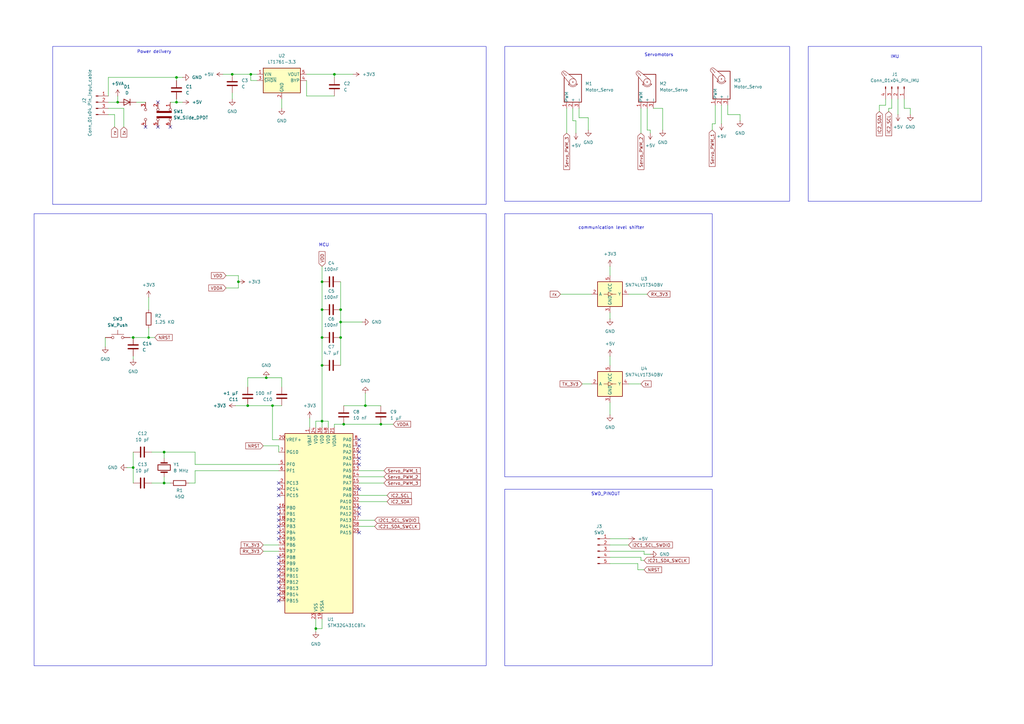
<source format=kicad_sch>
(kicad_sch (version 20231120) (generator "eeschema") (generator_version "8.0")
  (paper "A3")
  (title_block (title "Gimbal "))
  (lib_symbols
    (symbol "Connector:Conn_01x04_Pin" (pin_names (offset 1.016) hide)
      (property "Reference" "J" (at 0 5.08 0))
      (property "Value" "Conn_01x04_Pin" (at 0 -7.62 0))
      (symbol "Conn_01x04_Pin_1_1"
        (polyline (pts (xy 1.27 -5.08) (xy 0.8636 -5.08)) (stroke (width 0.1524)))
        (polyline (pts (xy 1.27 -2.54) (xy 0.8636 -2.54)) (stroke (width 0.1524)))
        (polyline (pts (xy 1.27 0) (xy 0.8636 0)) (stroke (width 0.1524)))
        (polyline (pts (xy 1.27 2.54) (xy 0.8636 2.54)) (stroke (width 0.1524)))
        (rectangle (start 0.8636 -4.953) (end 0 -5.207) (stroke (width 0.1524)) (fill (type outline)))
        (rectangle (start 0.8636 -2.413) (end 0 -2.667) (stroke (width 0.1524)) (fill (type outline)))
        (rectangle (start 0.8636 0.127) (end 0 -0.127) (stroke (width 0.1524)) (fill (type outline)))
        (rectangle (start 0.8636 2.667) (end 0 2.413) (stroke (width 0.1524)) (fill (type outline)))
        (pin passive line (at 5.08 2.54 180) (length 3.81) (name "Pin_1") (number "1"))
        (pin passive line (at 5.08 0 180) (length 3.81) (name "Pin_2") (number "2"))
        (pin passive line (at 5.08 -2.54 180) (length 3.81) (name "Pin_3") (number "3"))
        (pin passive line (at 5.08 -5.08 180) (length 3.81) (name "Pin_4") (number "4"))
      )
    )
    (symbol "Connector:Conn_01x05_Pin" (pin_names (offset 1.016) hide)
      (property "Reference" "J" (at 0 7.62 0))
      (property "Value" "Conn_01x05_Pin" (at 0 -7.62 0))
      (symbol "Conn_01x05_Pin_1_1"
        (polyline (pts (xy 1.27 -5.08) (xy 0.8636 -5.08)) (stroke (width 0.1524)))
        (polyline (pts (xy 1.27 -2.54) (xy 0.8636 -2.54)) (stroke (width 0.1524)))
        (polyline (pts (xy 1.27 0) (xy 0.8636 0)) (stroke (width 0.1524)))
        (polyline (pts (xy 1.27 2.54) (xy 0.8636 2.54)) (stroke (width 0.1524)))
        (polyline (pts (xy 1.27 5.08) (xy 0.8636 5.08)) (stroke (width 0.1524)))
        (rectangle (start 0.8636 -4.953) (end 0 -5.207) (stroke (width 0.1524)) (fill (type outline)))
        (rectangle (start 0.8636 -2.413) (end 0 -2.667) (stroke (width 0.1524)) (fill (type outline)))
        (rectangle (start 0.8636 0.127) (end 0 -0.127) (stroke (width 0.1524)) (fill (type outline)))
        (rectangle (start 0.8636 2.667) (end 0 2.413) (stroke (width 0.1524)) (fill (type outline)))
        (rectangle (start 0.8636 5.207) (end 0 4.953) (stroke (width 0.1524)) (fill (type outline)))
        (pin passive line (at 5.08 5.08 180) (length 3.81) (name "Pin_1") (number "1"))
        (pin passive line (at 5.08 2.54 180) (length 3.81) (name "Pin_2") (number "2"))
        (pin passive line (at 5.08 0 180) (length 3.81) (name "Pin_3") (number "3"))
        (pin passive line (at 5.08 -2.54 180) (length 3.81) (name "Pin_4") (number "4"))
        (pin passive line (at 5.08 -5.08 180) (length 3.81) (name "Pin_5") (number "5"))
      )
    )
    (symbol "Device:C" (pin_numbers hide) (pin_names (offset 0.254))
      (property "Reference" "C" (at 0.635 2.54 0))
      (property "Value" "C" (at 0.635 -2.54 0))
      (symbol "C_0_1"
        (polyline (pts (xy -2.032 -0.762) (xy 2.032 -0.762)) (stroke (width 0.508)))
        (polyline (pts (xy -2.032 0.762) (xy 2.032 0.762)) (stroke (width 0.508)))
      )
      (symbol "C_1_1"
        (pin passive line (at 0 3.81 270) (length 2.794) (name "~") (number "1"))
        (pin passive line (at 0 -3.81 90) (length 2.794) (name "~") (number "2"))
      )
    )
    (symbol "Device:Crystal" (pin_numbers hide) (pin_names (offset 1.016) hide)
      (property "Reference" "Y" (at 0 3.81 0))
      (property "Value" "Crystal" (at 0 -3.81 0))
      (symbol "Crystal_0_1"
        (rectangle (start -1.143 2.54) (end 1.143 -2.54) (stroke (width 0.3048)))
        (polyline (pts (xy -2.54 0) (xy -1.905 0)))
        (polyline (pts (xy -1.905 -1.27) (xy -1.905 1.27)) (stroke (width 0.508)))
        (polyline (pts (xy 1.905 -1.27) (xy 1.905 1.27)) (stroke (width 0.508)))
        (polyline (pts (xy 2.54 0) (xy 1.905 0)))
      )
      (symbol "Crystal_1_1"
        (pin passive line (at -3.81 0 0) (length 1.27) (name "1") (number "1"))
        (pin passive line (at 3.81 0 180) (length 1.27) (name "2") (number "2"))
      )
    )
    (symbol "Device:D" (pin_numbers hide) (pin_names (offset 1.016) hide)
      (property "Reference" "D" (at 0 2.54 0))
      (property "Value" "D" (at 0 -2.54 0))
      (symbol "D_0_1"
        (polyline (pts (xy -1.27 1.27) (xy -1.27 -1.27)) (stroke (width 0.254)))
        (polyline (pts (xy 1.27 0) (xy -1.27 0)))
        (polyline (pts (xy 1.27 1.27) (xy 1.27 -1.27) (xy -1.27 0) (xy 1.27 1.27)) (stroke (width 0.254)))
      )
      (symbol "D_1_1"
        (pin passive line (at -3.81 0 0) (length 2.54) (name "K") (number "1"))
        (pin passive line (at 3.81 0 180) (length 2.54) (name "A") (number "2"))
      )
    )
    (symbol "Device:R" (pin_numbers hide) (pin_names (offset 0))
      (property "Reference" "R" (at 2.032 0 90))
      (property "Value" "R" (at 0 0 90))
      (symbol "R_0_1"
        (rectangle (start -1.016 -2.54) (end 1.016 2.54) (stroke (width 0.254)))
      )
      (symbol "R_1_1"
        (pin passive line (at 0 3.81 270) (length 1.27) (name "~") (number "1"))
        (pin passive line (at 0 -3.81 90) (length 1.27) (name "~") (number "2"))
      )
    )
    (symbol "Logic_LevelTranslator:SN74LV1T34DBV"
      (property "Reference" "U" (at 5.08 6.35 0))
      (property "Value" "SN74LV1T34DBV" (at 5.08 3.81 0))
      (symbol "SN74LV1T34DBV_0_1"
        (rectangle (start -5.08 5.08) (end 5.08 -5.08) (stroke (width 0.254)) (fill (type background)))
        (polyline (pts (xy -0.762 0) (xy -2.54 0)))
        (polyline (pts (xy 1.016 0) (xy 2.54 0)))
      )
      (symbol "SN74LV1T34DBV_1_1"
        (polyline (pts (xy -0.762 -0.762) (xy -0.762 0.762) (xy 1.016 0) (xy -0.762 -0.762)))
        (pin no_connect line (at -5.08 2.54 0) (length 2.54) hide (name "NC") (number "1"))
        (pin input line (at -7.62 0 0) (length 2.54) (name "A") (number "2"))
        (pin power_in line (at 0 -7.62 90) (length 2.54) (name "GND") (number "3"))
        (pin output line (at 7.62 0 180) (length 2.54) (name "Y") (number "4"))
        (pin power_in line (at 0 7.62 270) (length 2.54) (name "VCC") (number "5"))
      )
    )
    (symbol "MCU_ST_STM32G4:STM32G431CBTx"
      (property "Reference" "U" (at -12.7 39.37 0))
      (property "Value" "STM32G431CBTx" (at 10.16 39.37 0))
      (symbol "STM32G431CBTx_0_1"
        (rectangle (start -12.7 -35.56) (end 15.24 38.1) (stroke (width 0.254)) (fill (type background)))
      )
      (symbol "STM32G431CBTx_1_1"
        (pin power_in line (at -2.54 40.64 270) (length 2.54) (name "VBAT") (number "1"))
        (pin bidirectional line (at 17.78 30.48 180) (length 2.54) (name "PA2") (number "10"))
        (pin bidirectional line (at 17.78 27.94 180) (length 2.54) (name "PA3") (number "11"))
        (pin bidirectional line (at 17.78 25.4 180) (length 2.54) (name "PA4") (number "12"))
        (pin bidirectional line (at 17.78 22.86 180) (length 2.54) (name "PA5") (number "13"))
        (pin bidirectional line (at 17.78 20.32 180) (length 2.54) (name "PA6") (number "14"))
        (pin bidirectional line (at 17.78 17.78 180) (length 2.54) (name "PA7") (number "15"))
        (pin bidirectional line (at -15.24 7.62 0) (length 2.54) (name "PB0") (number "16"))
        (pin bidirectional line (at -15.24 5.08 0) (length 2.54) (name "PB1") (number "17"))
        (pin bidirectional line (at -15.24 2.54 0) (length 2.54) (name "PB2") (number "18"))
        (pin power_in line (at 2.54 -38.1 90) (length 2.54) (name "VSSA") (number "19"))
        (pin bidirectional line (at -15.24 17.78 0) (length 2.54) (name "PC13") (number "2"))
        (pin input line (at -15.24 35.56 0) (length 2.54) (name "VREF+") (number "20"))
        (pin power_in line (at 7.62 40.64 270) (length 2.54) (name "VDDA") (number "21"))
        (pin bidirectional line (at -15.24 -17.78 0) (length 2.54) (name "PB10") (number "22"))
        (pin power_in line (at 0 -38.1 90) (length 2.54) (name "VSS") (number "23"))
        (pin power_in line (at 0 40.64 270) (length 2.54) (name "VDD") (number "24"))
        (pin bidirectional line (at -15.24 -20.32 0) (length 2.54) (name "PB11") (number "25"))
        (pin bidirectional line (at -15.24 -22.86 0) (length 2.54) (name "PB12") (number "26"))
        (pin bidirectional line (at -15.24 -25.4 0) (length 2.54) (name "PB13") (number "27"))
        (pin bidirectional line (at -15.24 -27.94 0) (length 2.54) (name "PB14") (number "28"))
        (pin bidirectional line (at -15.24 -30.48 0) (length 2.54) (name "PB15") (number "29"))
        (pin bidirectional line (at -15.24 15.24 0) (length 2.54) (name "PC14") (number "3"))
        (pin bidirectional line (at 17.78 15.24 180) (length 2.54) (name "PA8") (number "30"))
        (pin bidirectional line (at 17.78 12.7 180) (length 2.54) (name "PA9") (number "31"))
        (pin bidirectional line (at 17.78 10.16 180) (length 2.54) (name "PA10") (number "32"))
        (pin bidirectional line (at 17.78 7.62 180) (length 2.54) (name "PA11") (number "33"))
        (pin bidirectional line (at 17.78 5.08 180) (length 2.54) (name "PA12") (number "34"))
        (pin passive line (at 0 -38.1 90) (length 2.54) hide (name "VSS") (number "35"))
        (pin power_in line (at 2.54 40.64 270) (length 2.54) (name "VDD") (number "36"))
        (pin bidirectional line (at 17.78 2.54 180) (length 2.54) (name "PA13") (number "37"))
        (pin bidirectional line (at 17.78 0 180) (length 2.54) (name "PA14") (number "38"))
        (pin bidirectional line (at 17.78 -2.54 180) (length 2.54) (name "PA15") (number "39"))
        (pin bidirectional line (at -15.24 12.7 0) (length 2.54) (name "PC15") (number "4"))
        (pin bidirectional line (at -15.24 0 0) (length 2.54) (name "PB3") (number "40"))
        (pin bidirectional line (at -15.24 -2.54 0) (length 2.54) (name "PB4") (number "41"))
        (pin bidirectional line (at -15.24 -5.08 0) (length 2.54) (name "PB5") (number "42"))
        (pin bidirectional line (at -15.24 -7.62 0) (length 2.54) (name "PB6") (number "43"))
        (pin bidirectional line (at -15.24 -10.16 0) (length 2.54) (name "PB7") (number "44"))
        (pin bidirectional line (at -15.24 -12.7 0) (length 2.54) (name "PB8") (number "45"))
        (pin bidirectional line (at -15.24 -15.24 0) (length 2.54) (name "PB9") (number "46"))
        (pin passive line (at 0 -38.1 90) (length 2.54) hide (name "VSS") (number "47"))
        (pin power_in line (at 5.08 40.64 270) (length 2.54) (name "VDD") (number "48"))
        (pin bidirectional line (at -15.24 25.4 0) (length 2.54) (name "PF0") (number "5"))
        (pin bidirectional line (at -15.24 22.86 0) (length 2.54) (name "PF1") (number "6"))
        (pin bidirectional line (at -15.24 30.48 0) (length 2.54) (name "PG10") (number "7"))
        (pin bidirectional line (at 17.78 35.56 180) (length 2.54) (name "PA0") (number "8"))
        (pin bidirectional line (at 17.78 33.02 180) (length 2.54) (name "PA1") (number "9"))
      )
    )
    (symbol "Motor:Motor_Servo" (pin_names (offset 0.0254))
      (property "Reference" "M" (at -5.08 4.445 0))
      (property "Value" "Motor_Servo" (at -5.08 -4.064 0))
      (symbol "Motor_Servo_0_1"
        (polyline (pts (xy 2.413 -1.778) (xy 2.032 -1.778)))
        (polyline (pts (xy 2.413 -1.778) (xy 2.286 -1.397)))
        (polyline (pts (xy 2.413 1.778) (xy 1.905 1.778)))
        (polyline (pts (xy 2.413 1.778) (xy 2.286 1.397)))
        (polyline (pts (xy 6.35 4.445) (xy 2.54 1.27)))
        (polyline (pts (xy 7.62 3.175) (xy 4.191 -1.016)))
        (polyline (pts (xy 5.08 3.556) (xy -5.08 3.556) (xy -5.08 -3.556) (xy 6.35 -3.556) (xy 6.35 1.524)) (stroke (width 0.254)))
        (arc (start 2.413 1.778) (mid 1.2406 0) (end 2.413 -1.778))
        (circle (center 3.175 0) (radius 0.1778))
        (circle (center 3.175 0) (radius 1.4224))
        (circle (center 5.969 2.794) (radius 0.127))
        (circle (center 6.477 3.302) (radius 0.127))
        (circle (center 6.985 3.81) (radius 0.127))
        (arc (start 7.62 3.175) (mid 7.4485 4.2735) (end 6.35 4.445))
      )
      (symbol "Motor_Servo_1_1"
        (pin passive line (at -7.62 2.54 0) (length 2.54) (name "PWM") (number "1"))
        (pin passive line (at -7.62 0 0) (length 2.54) (name "+") (number "2"))
        (pin passive line (at -7.62 -2.54 0) (length 2.54) (name "-") (number "3"))
      )
    )
    (symbol "Regulator_Linear:LT1761-3.3" (pin_names (offset 0.254))
      (property "Reference" "U" (at -6.35 6.35 0))
      (property "Value" "LT1761-3.3" (at 0 6.35 0))
      (symbol "LT1761-3.3_0_1"
        (rectangle (start -7.62 5.08) (end 7.62 -5.08) (stroke (width 0.254)) (fill (type background)))
      )
      (symbol "LT1761-3.3_1_1"
        (pin power_in line (at -10.16 2.54 0) (length 2.54) (name "VIN") (number "1"))
        (pin power_in line (at 0 -7.62 90) (length 2.54) (name "GND") (number "2"))
        (pin input line (at -10.16 0 0) (length 2.54) (name "~{SHDN}") (number "3"))
        (pin passive line (at 10.16 0 180) (length 2.54) (name "BYP") (number "4"))
        (pin power_out line (at 10.16 2.54 180) (length 2.54) (name "VOUT") (number "5"))
      )
    )
    (symbol "Switch:SW_Push" (pin_numbers hide) (pin_names (offset 1.016) hide)
      (property "Reference" "SW" (at 1.27 2.54 0))
      (property "Value" "SW_Push" (at 0 -1.524 0))
      (symbol "SW_Push_0_1"
        (circle (center -2.032 0) (radius 0.508))
        (polyline (pts (xy 0 1.27) (xy 0 3.048)))
        (polyline (pts (xy 2.54 1.27) (xy -2.54 1.27)))
        (circle (center 2.032 0) (radius 0.508))
        (pin passive line (at -5.08 0 0) (length 2.54) (name "1") (number "1"))
        (pin passive line (at 5.08 0 180) (length 2.54) (name "2") (number "2"))
      )
    )
    (symbol "Switch:SW_Slide_DPDT" (pin_names (offset 0) hide)
      (property "Reference" "SW" (at 0 6.858 0))
      (property "Value" "SW_Slide_DPDT" (at 0 -8.128 0))
      (symbol "SW_Slide_DPDT_0_0"
        (circle (center -2.032 -5.08) (radius 0.508))
        (circle (center -2.032 5.08) (radius 0.508))
        (circle (center 2.032 -5.08) (radius 0.508))
        (circle (center 2.032 0) (radius 0.508))
      )
      (symbol "SW_Slide_DPDT_0_1"
        (circle (center -2.032 0) (radius 0.508))
        (circle (center 2.032 5.08) (radius 0.508))
      )
      (symbol "SW_Slide_DPDT_1_1"
        (rectangle (start -1.397 5.588) (end -0.762 -0.508) (fill (type outline)))
        (rectangle (start 0.762 5.588) (end 1.397 -0.508) (fill (type outline)))
        (pin passive line (at -5.08 5.08 0) (length 2.54) (name "A") (number "1"))
        (pin passive line (at -5.08 0 0) (length 2.54) (name "B") (number "2"))
        (pin passive line (at -5.08 -5.08 0) (length 2.54) (name "C") (number "3"))
        (pin passive line (at 5.08 -5.08 180) (length 2.54) (name "A") (number "4"))
        (pin passive line (at 5.08 0 180) (length 2.54) (name "B") (number "5"))
        (pin passive line (at 5.08 5.08 180) (length 2.54) (name "C") (number "6"))
      )
    )
    (symbol "power:+3V3" (power) (pin_numbers hide) (pin_names (offset 0) hide)
      (property "Value" "+3V3" (at 0 3.556 0))
      (symbol "+3V3_0_1"
        (polyline (pts (xy -0.762 1.27) (xy 0 2.54)))
        (polyline (pts (xy 0 0) (xy 0 2.54)))
        (polyline (pts (xy 0 2.54) (xy 0.762 1.27)))
      )
      (symbol "+3V3_1_1"
        (pin power_in line (at 0 0 90) (length 0) (name "~") (number "1"))
      )
    )
    (symbol "power:+5V" (power) (pin_numbers hide) (pin_names (offset 0) hide)
      (property "Value" "+5V" (at 0 3.556 0))
      (symbol "+5V_0_1"
        (polyline (pts (xy -0.762 1.27) (xy 0 2.54)))
        (polyline (pts (xy 0 0) (xy 0 2.54)))
        (polyline (pts (xy 0 2.54) (xy 0.762 1.27)))
      )
      (symbol "+5V_1_1"
        (pin power_in line (at 0 0 90) (length 0) (name "~") (number "1"))
      )
    )
    (symbol "power:+5VA" (power) (pin_numbers hide) (pin_names (offset 0) hide)
      (property "Value" "+5VA" (at 0 3.556 0))
      (symbol "+5VA_0_1"
        (polyline (pts (xy -0.762 1.27) (xy 0 2.54)))
        (polyline (pts (xy 0 0) (xy 0 2.54)))
        (polyline (pts (xy 0 2.54) (xy 0.762 1.27)))
      )
      (symbol "+5VA_1_1"
        (pin power_in line (at 0 0 90) (length 0) (name "~") (number "1"))
      )
    )
    (symbol "power:GND" (power) (pin_numbers hide) (pin_names (offset 0) hide)
      (property "Value" "GND" (at 0 -3.81 0))
      (symbol "GND_0_1"
        (polyline (pts (xy 0 0) (xy 0 -1.27) (xy 1.27 -1.27) (xy 0 -2.54) (xy -1.27 -1.27) (xy 0 -1.27)))
      )
      (symbol "GND_1_1"
        (pin power_in line (at 0 0 270) (length 0) (name "~") (number "1"))
      )
    )
  )
  (junction (at 132.08 115.57))
  (junction (at 156.21 173.99))
  (junction (at 101.6 166.37))
  (junction (at 72.39 31.75))
  (junction (at 139.7 132.08))
  (junction (at 132.08 172.72))
  (junction (at 67.31 185.42))
  (junction (at 109.22 154.94))
  (junction (at 60.96 138.43))
  (junction (at 140.97 173.99))
  (junction (at 54.61 138.43))
  (junction (at 132.08 149.86))
  (junction (at 67.31 198.12))
  (junction (at 139.7 138.43))
  (junction (at 139.7 127))
  (junction (at 149.86 166.37))
  (junction (at 137.16 30.48))
  (junction (at 48.26 41.91))
  (junction (at 111.76 166.37))
  (junction (at 129.54 257.81))
  (junction (at 95.25 30.48))
  (junction (at 72.39 41.91))
  (junction (at 102.87 30.48))
  (junction (at 97.79 115.57))
  (junction (at 132.08 138.43))
  (junction (at 54.61 191.77))
  (junction (at 132.08 127))
  (no_connect (at 114.3 241.3))
  (no_connect (at 114.3 213.36))
  (no_connect (at 114.3 228.6))
  (no_connect (at 69.85 52.07))
  (no_connect (at 114.3 208.28))
  (no_connect (at 114.3 236.22))
  (no_connect (at 147.32 208.28))
  (no_connect (at 147.32 180.34))
  (no_connect (at 114.3 210.82))
  (no_connect (at 114.3 215.9))
  (no_connect (at 114.3 220.98))
  (no_connect (at 114.3 233.68))
  (no_connect (at 64.77 52.07))
  (no_connect (at 59.69 52.07))
  (no_connect (at 147.32 200.66))
  (no_connect (at 147.32 190.5))
  (no_connect (at 147.32 182.88))
  (no_connect (at 64.77 41.91))
  (no_connect (at 114.3 246.38))
  (no_connect (at 147.32 218.44))
  (no_connect (at 114.3 200.66))
  (no_connect (at 114.3 198.12))
  (no_connect (at 114.3 238.76))
  (no_connect (at 114.3 243.84))
  (no_connect (at 147.32 185.42))
  (no_connect (at 147.32 187.96))
  (no_connect (at 147.32 210.82))
  (no_connect (at 114.3 203.2))
  (no_connect (at 114.3 231.14))
  (no_connect (at 114.3 218.44))
  (wire (pts (xy 250.19 109.22) (xy 250.19 113.03)))
  (wire (pts (xy 360.68 45.72) (xy 360.68 43.18)))
  (wire (pts (xy 264.16 226.06) (xy 264.16 227.33)))
  (wire (pts (xy 147.32 193.04) (xy 157.48 193.04)))
  (wire (pts (xy 360.68 43.18) (xy 363.22 43.18)))
  (wire (pts (xy 262.89 54.61) (xy 262.89 44.45)))
  (wire (pts (xy 140.97 166.37) (xy 149.86 166.37)))
  (wire (pts (xy 236.22 54.61) (xy 236.22 49.53)))
  (wire (pts (xy 54.61 191.77) (xy 52.07 191.77)))
  (wire (pts (xy 292.1 50.8) (xy 292.1 53.34)))
  (wire (pts (xy 50.8 52.07) (xy 50.8 44.45)))
  (wire (pts (xy 147.32 205.74) (xy 158.75 205.74)))
  (wire (pts (xy 161.29 173.99) (xy 156.21 173.99)))
  (wire (pts (xy 137.16 173.99) (xy 137.16 175.26)))
  (wire (pts (xy 102.87 30.48) (xy 105.41 30.48)))
  (wire (pts (xy 69.85 198.12) (xy 67.31 198.12)))
  (wire (pts (xy 111.76 180.34) (xy 114.3 180.34)))
  (wire (pts (xy 54.61 191.77) (xy 54.61 198.12)))
  (wire (pts (xy 149.86 166.37) (xy 156.21 166.37)))
  (wire (pts (xy 111.76 166.37) (xy 111.76 180.34)))
  (wire (pts (xy 72.39 40.64) (xy 72.39 41.91)))
  (wire (pts (xy 129.54 172.72) (xy 132.08 172.72)))
  (wire (pts (xy 101.6 154.94) (xy 109.22 154.94)))
  (wire (pts (xy 293.37 50.8) (xy 292.1 50.8)))
  (wire (pts (xy 92.71 118.11) (xy 97.79 118.11)))
  (wire (pts (xy 97.79 115.57) (xy 97.79 118.11)))
  (wire (pts (xy 132.08 149.86) (xy 132.08 172.72)))
  (wire (pts (xy 134.62 175.26) (xy 134.62 172.72)))
  (wire (pts (xy 234.95 49.53) (xy 234.95 44.45)))
  (wire (pts (xy 43.18 138.43) (xy 43.18 142.24)))
  (wire (pts (xy 80.01 185.42) (xy 67.31 185.42)))
  (wire (pts (xy 266.7 53.34) (xy 266.7 54.61)))
  (wire (pts (xy 107.95 226.06) (xy 114.3 226.06)))
  (wire (pts (xy 54.61 146.05) (xy 54.61 147.32)))
  (wire (pts (xy 80.01 190.5) (xy 80.01 185.42)))
  (wire (pts (xy 140.97 173.99) (xy 137.16 173.99)))
  (wire (pts (xy 105.41 33.02) (xy 102.87 33.02)))
  (wire (pts (xy 72.39 31.75) (xy 74.93 31.75)))
  (wire (pts (xy 250.19 226.06) (xy 264.16 226.06)))
  (wire (pts (xy 149.86 161.29) (xy 149.86 166.37)))
  (wire (pts (xy 96.52 166.37) (xy 101.6 166.37)))
  (wire (pts (xy 80.01 198.12) (xy 77.47 198.12)))
  (wire (pts (xy 373.38 44.45) (xy 370.84 44.45)))
  (wire (pts (xy 250.19 231.14) (xy 261.62 231.14)))
  (wire (pts (xy 129.54 257.81) (xy 129.54 259.08)))
  (wire (pts (xy 129.54 254) (xy 129.54 257.81)))
  (wire (pts (xy 232.41 44.45) (xy 232.41 54.61)))
  (wire (pts (xy 250.19 146.05) (xy 250.19 149.86)))
  (wire (pts (xy 132.08 109.22) (xy 132.08 115.57)))
  (wire (pts (xy 114.3 193.04) (xy 80.01 193.04)))
  (wire (pts (xy 250.19 223.52) (xy 257.81 223.52)))
  (wire (pts (xy 115.57 158.75) (xy 115.57 154.94)))
  (wire (pts (xy 69.85 41.91) (xy 72.39 41.91)))
  (wire (pts (xy 156.21 173.99) (xy 140.97 173.99)))
  (wire (pts (xy 303.53 46.99) (xy 303.53 49.53)))
  (wire (pts (xy 237.49 48.26) (xy 237.49 44.45)))
  (wire (pts (xy 67.31 185.42) (xy 67.31 187.96)))
  (wire (pts (xy 107.95 182.88) (xy 114.3 182.88)))
  (wire (pts (xy 250.19 165.1) (xy 250.19 170.18)))
  (wire (pts (xy 115.57 40.64) (xy 115.57 44.45)))
  (wire (pts (xy 125.73 39.37) (xy 125.73 33.02)))
  (wire (pts (xy 92.71 113.03) (xy 97.79 113.03)))
  (wire (pts (xy 132.08 127) (xy 132.08 138.43)))
  (wire (pts (xy 127 171.45) (xy 127 175.26)))
  (wire (pts (xy 107.95 223.52) (xy 114.3 223.52)))
  (wire (pts (xy 55.88 41.91) (xy 59.69 41.91)))
  (wire (pts (xy 80.01 193.04) (xy 80.01 198.12)))
  (wire (pts (xy 132.08 172.72) (xy 132.08 175.26)))
  (wire (pts (xy 54.61 185.42) (xy 54.61 191.77)))
  (wire (pts (xy 101.6 166.37) (xy 111.76 166.37)))
  (wire (pts (xy 95.25 30.48) (xy 102.87 30.48)))
  (wire (pts (xy 147.32 198.12) (xy 157.48 198.12)))
  (wire (pts (xy 365.76 44.45) (xy 365.76 40.64)))
  (wire (pts (xy 271.78 53.34) (xy 271.78 44.45)))
  (wire (pts (xy 54.61 138.43) (xy 60.96 138.43)))
  (wire (pts (xy 250.19 220.98) (xy 257.81 220.98)))
  (wire (pts (xy 134.62 172.72) (xy 132.08 172.72)))
  (wire (pts (xy 295.91 43.18) (xy 295.91 50.8)))
  (wire (pts (xy 132.08 257.81) (xy 129.54 257.81)))
  (wire (pts (xy 139.7 138.43) (xy 139.7 149.86)))
  (wire (pts (xy 265.43 53.34) (xy 265.43 44.45)))
  (wire (pts (xy 101.6 158.75) (xy 101.6 154.94)))
  (wire (pts (xy 53.34 138.43) (xy 54.61 138.43)))
  (wire (pts (xy 139.7 132.08) (xy 148.59 132.08)))
  (wire (pts (xy 50.8 44.45) (xy 44.45 44.45)))
  (wire (pts (xy 370.84 44.45) (xy 370.84 40.64)))
  (wire (pts (xy 114.3 182.88) (xy 114.3 185.42)))
  (wire (pts (xy 364.49 44.45) (xy 365.76 44.45)))
  (wire (pts (xy 102.87 33.02) (xy 102.87 30.48)))
  (wire (pts (xy 132.08 138.43) (xy 132.08 149.86)))
  (wire (pts (xy 241.3 48.26) (xy 237.49 48.26)))
  (wire (pts (xy 271.78 44.45) (xy 267.97 44.45)))
  (wire (pts (xy 298.45 46.99) (xy 298.45 43.18)))
  (wire (pts (xy 44.45 31.75) (xy 72.39 31.75)))
  (wire (pts (xy 238.76 157.48) (xy 242.57 157.48)))
  (wire (pts (xy 250.19 228.6) (xy 262.89 228.6)))
  (wire (pts (xy 72.39 31.75) (xy 72.39 33.02)))
  (wire (pts (xy 137.16 30.48) (xy 144.78 30.48)))
  (wire (pts (xy 266.7 53.34) (xy 265.43 53.34)))
  (wire (pts (xy 46.99 46.99) (xy 44.45 46.99)))
  (wire (pts (xy 139.7 132.08) (xy 139.7 138.43)))
  (wire (pts (xy 139.7 115.57) (xy 139.7 127)))
  (wire (pts (xy 147.32 195.58) (xy 157.48 195.58)))
  (wire (pts (xy 364.49 45.72) (xy 364.49 44.45)))
  (wire (pts (xy 132.08 115.57) (xy 132.08 127)))
  (wire (pts (xy 67.31 198.12) (xy 67.31 195.58)))
  (wire (pts (xy 147.32 213.36) (xy 153.67 213.36)))
  (wire (pts (xy 261.62 233.68) (xy 261.62 231.14)))
  (wire (pts (xy 264.16 227.33) (xy 266.7 227.33)))
  (wire (pts (xy 262.89 229.87) (xy 262.89 228.6)))
  (wire (pts (xy 72.39 41.91) (xy 74.93 41.91)))
  (wire (pts (xy 250.19 128.27) (xy 250.19 130.81)))
  (wire (pts (xy 137.16 39.37) (xy 125.73 39.37)))
  (wire (pts (xy 257.81 120.65) (xy 265.43 120.65)))
  (wire (pts (xy 114.3 190.5) (xy 80.01 190.5)))
  (wire (pts (xy 264.16 233.68) (xy 261.62 233.68)))
  (wire (pts (xy 91.44 30.48) (xy 95.25 30.48)))
  (wire (pts (xy 132.08 254) (xy 132.08 257.81)))
  (wire (pts (xy 229.87 120.65) (xy 242.57 120.65)))
  (wire (pts (xy 60.96 138.43) (xy 63.5 138.43)))
  (wire (pts (xy 139.7 127) (xy 139.7 132.08)))
  (wire (pts (xy 129.54 175.26) (xy 129.54 172.72)))
  (wire (pts (xy 62.23 198.12) (xy 67.31 198.12)))
  (wire (pts (xy 97.79 113.03) (xy 97.79 115.57)))
  (wire (pts (xy 241.3 53.34) (xy 241.3 48.26)))
  (wire (pts (xy 125.73 30.48) (xy 137.16 30.48)))
  (wire (pts (xy 46.99 46.99) (xy 46.99 52.07)))
  (wire (pts (xy 60.96 121.92) (xy 60.96 127)))
  (wire (pts (xy 44.45 41.91) (xy 48.26 41.91)))
  (wire (pts (xy 264.16 229.87) (xy 262.89 229.87)))
  (wire (pts (xy 95.25 38.1) (xy 95.25 40.64)))
  (wire (pts (xy 60.96 134.62) (xy 60.96 138.43)))
  (wire (pts (xy 368.3 40.64) (xy 368.3 46.99)))
  (wire (pts (xy 62.23 185.42) (xy 67.31 185.42)))
  (wire (pts (xy 293.37 43.18) (xy 293.37 50.8)))
  (wire (pts (xy 373.38 46.99) (xy 373.38 44.45)))
  (wire (pts (xy 147.32 203.2) (xy 158.75 203.2)))
  (wire (pts (xy 257.81 157.48) (xy 262.89 157.48)))
  (wire (pts (xy 236.22 49.53) (xy 234.95 49.53)))
  (wire (pts (xy 363.22 40.64) (xy 363.22 43.18)))
  (wire (pts (xy 44.45 31.75) (xy 44.45 39.37)))
  (wire (pts (xy 303.53 46.99) (xy 298.45 46.99)))
  (wire (pts (xy 111.76 166.37) (xy 115.57 166.37)))
  (wire (pts (xy 115.57 154.94) (xy 109.22 154.94)))
  (wire (pts (xy 48.26 39.37) (xy 48.26 41.91)))
  (wire (pts (xy 137.16 30.48) (xy 137.16 31.75)))
  (wire (pts (xy 147.32 215.9) (xy 153.67 215.9)))
  (rectangle (start 207.01 200.66) (end 292.1 273.05))
  (rectangle (start 207.01 87.63) (end 292.1 195.58))
  (rectangle (start 331.47 19.05) (end 402.59 82.55))
  (rectangle (start 21.59 19.05) (end 199.39 83.82))
  (rectangle (start 207.01 19.05) (end 323.85 82.55))
  (rectangle (start 13.97 87.63) (end 199.39 273.05))
  (text "communication level shifter \n" (at 251.206 93.472 0) (effects (font (size 1.27 1.27))))
  (text "SWD_PINOUT\n" (at 248.412 202.692 0) (effects (font (size 1.27 1.27))))
  (text "Servomotors\n" (at 270.256 22.606 0) (effects (font (size 1.27 1.27))))
  (text "IMU\n" (at 367.03 23.368 0) (effects (font (size 1.27 1.27))))
  (text "MCU \n" (at 133.35 100.584 0) (effects (font (size 1.27 1.27))))
  (text "Power delivery" (at 63.246 21.336 0) (effects (font (size 1.27 1.27))))
  (global_label "RX_3V3" (shape input) (at 265.43 120.65 0) (property "Intersheetrefs" "${INTERSHEET_REFS}" (effects (hide yes))))
  (global_label "VDD" (shape input) (at 132.08 109.22 90) (property "Intersheetrefs" "${INTERSHEET_REFS}" (effects (hide yes))))
  (global_label "VDDA" (shape input) (at 161.29 173.99 0) (property "Intersheetrefs" "${INTERSHEET_REFS}" (effects (hide yes))))
  (global_label "IC21_SDA_SWCLK" (shape input) (at 264.16 229.87 0) (property "Intersheetrefs" "${INTERSHEET_REFS}" (effects (hide yes))))
  (global_label "IC21_SDA_SWCLK" (shape input) (at 153.67 215.9 0) (property "Intersheetrefs" "${INTERSHEET_REFS}" (effects (hide yes))))
  (global_label "VDD" (shape input) (at 92.71 113.03 180) (property "Intersheetrefs" "${INTERSHEET_REFS}" (effects (hide yes))))
  (global_label "IC2_SDA" (shape input) (at 158.75 205.74 0) (property "Intersheetrefs" "${INTERSHEET_REFS}" (effects (hide yes))))
  (global_label "NRST" (shape input) (at 63.5 138.43 0) (property "Intersheetrefs" "${INTERSHEET_REFS}" (effects (hide yes))))
  (global_label "TX_3V3" (shape input) (at 107.95 223.52 180) (property "Intersheetrefs" "${INTERSHEET_REFS}" (effects (hide yes))))
  (global_label "NRST" (shape input) (at 107.95 182.88 180) (property "Intersheetrefs" "${INTERSHEET_REFS}" (effects (hide yes))))
  (global_label "Servo_PWM_3" (shape input) (at 157.48 198.12 0) (property "Intersheetrefs" "${INTERSHEET_REFS}" (effects (hide yes))))
  (global_label "Servo_PWM_2" (shape input) (at 157.48 195.58 0) (property "Intersheetrefs" "${INTERSHEET_REFS}" (effects (hide yes))))
  (global_label "IC2_SCL" (shape input) (at 364.49 45.72 270) (property "Intersheetrefs" "${INTERSHEET_REFS}" (effects (hide yes))))
  (global_label "tx" (shape input) (at 262.89 157.48 0) (property "Intersheetrefs" "${INTERSHEET_REFS}" (effects (hide yes))))
  (global_label "Servo_PWM_1" (shape input) (at 292.1 53.34 270) (property "Intersheetrefs" "${INTERSHEET_REFS}" (effects (hide yes))))
  (global_label "VDDA" (shape input) (at 92.71 118.11 180) (property "Intersheetrefs" "${INTERSHEET_REFS}" (effects (hide yes))))
  (global_label "IC2_SDA" (shape input) (at 360.68 45.72 270) (property "Intersheetrefs" "${INTERSHEET_REFS}" (effects (hide yes))))
  (global_label "rx" (shape input) (at 229.87 120.65 180) (property "Intersheetrefs" "${INTERSHEET_REFS}" (effects (hide yes))))
  (global_label "TX_3V3" (shape input) (at 238.76 157.48 180) (property "Intersheetrefs" "${INTERSHEET_REFS}" (effects (hide yes))))
  (global_label "IC2_SCL" (shape input) (at 158.75 203.2 0) (property "Intersheetrefs" "${INTERSHEET_REFS}" (effects (hide yes))))
  (global_label "rx" (shape input) (at 46.99 52.07 270) (property "Intersheetrefs" "${INTERSHEET_REFS}" (effects (hide yes))))
  (global_label "NRST" (shape input) (at 264.16 233.68 0) (property "Intersheetrefs" "${INTERSHEET_REFS}" (effects (hide yes))))
  (global_label "I2C1_SCL_SWDIO" (shape input) (at 257.81 223.52 0) (property "Intersheetrefs" "${INTERSHEET_REFS}" (effects (hide yes))))
  (global_label "Servo_PWM_3" (shape input) (at 232.41 54.61 270) (property "Intersheetrefs" "${INTERSHEET_REFS}" (effects (hide yes))))
  (global_label "Servo_PWM_2" (shape input) (at 262.89 54.61 270) (property "Intersheetrefs" "${INTERSHEET_REFS}" (effects (hide yes))))
  (global_label "tx" (shape input) (at 50.8 52.07 270) (property "Intersheetrefs" "${INTERSHEET_REFS}" (effects (hide yes))))
  (global_label "RX_3V3" (shape input) (at 107.95 226.06 180) (property "Intersheetrefs" "${INTERSHEET_REFS}" (effects (hide yes))))
  (global_label "I2C1_SCL_SWDIO" (shape input) (at 153.67 213.36 0) (property "Intersheetrefs" "${INTERSHEET_REFS}" (effects (hide yes))))
  (global_label "Servo_PWM_1" (shape input) (at 157.48 193.04 0) (property "Intersheetrefs" "${INTERSHEET_REFS}" (effects (hide yes))))
  (symbol (lib_id "power:+5V") (at 266.7 54.61 180) (unit 1)
    (property "Reference" "#PWR018" (effects (hide yes)))
    (property "Value" "+5V" (at 266.7 59.69 0))
    (property "Description" "Power symbol creates a global label with name \"+5V\"" (effects (hide yes)))
  )
  (symbol (lib_id "Motor:Motor_Servo") (at 234.95 36.83 90) (unit 1)
    (property "Reference" "M1" (at 240.03 34.301 90) (effects (justify right)))
    (property "Value" "Motor_Servo" (at 240.03 36.841 90) (effects (justify right)))
    (property "Footprint" "Connector_PinHeader_2.54mm:PinHeader_1x03_P2.54mm_Vertical" (effects (hide yes)))
    (property "Datasheet" "http://forums.parallax.com/uploads/attachments/46831/74481.png" (effects (hide yes)))
    (property "Description" "Servo Motor (Futaba, HiTec, JR connector)" (effects (hide yes)))
  )
  (symbol (lib_id "power:+5V") (at 250.19 146.05 0) (unit 1)
    (property "Reference" "#PWR026" (effects (hide yes)))
    (property "Value" "+5V" (at 250.19 140.97 0))
    (property "Description" "Power symbol creates a global label with name \"+5V\"" (effects (hide yes)))
  )
  (symbol (lib_id "power:GND") (at 303.53 49.53 0) (unit 1)
    (property "Reference" "#PWR016" (effects (hide yes)))
    (property "Value" "GND" (at 303.53 54.61 0))
    (property "Description" "Power symbol creates a global label with name \"GND\" , ground" (effects (hide yes)))
  )
  (symbol (lib_id "Regulator_Linear:LT1761-3.3") (at 115.57 33.02 0) (unit 1)
    (property "Reference" "U2" (at 115.57 22.86 0))
    (property "Value" "LT1761-3.3" (at 115.57 25.4 0))
    (property "Footprint" "Package_TO_SOT_SMD:TSOT-23-5" (effects (hide yes)))
    (property "Datasheet" "https://www.analog.com/media/en/technical-documentation/data-sheets/1761sff.pdf" (effects (hide yes)))
    (property "Description" "MICROPOWER Low Noise 3.3V 100mA LDO regulator, TSOT-23-5" (effects (hide yes)))
  )
  (symbol (lib_id "Motor:Motor_Servo") (at 265.43 36.83 90) (unit 1)
    (property "Reference" "M2" (at 270.51 34.301 90) (effects (justify right)))
    (property "Value" "Motor_Servo" (at 270.51 36.841 90) (effects (justify right)))
    (property "Footprint" "Connector_PinHeader_2.54mm:PinHeader_1x03_P2.54mm_Vertical" (effects (hide yes)))
    (property "Datasheet" "http://forums.parallax.com/uploads/attachments/46831/74481.png" (effects (hide yes)))
    (property "Description" "Servo Motor (Futaba, HiTec, JR connector)" (effects (hide yes)))
  )
  (symbol (lib_id "Motor:Motor_Servo") (at 295.91 35.56 90) (unit 1)
    (property "Reference" "M3" (at 300.99 33.031 90) (effects (justify right)))
    (property "Value" "Motor_Servo" (at 300.99 35.571 90) (effects (justify right)))
    (property "Footprint" "Connector_PinHeader_2.54mm:PinHeader_1x03_P2.54mm_Vertical" (effects (hide yes)))
    (property "Datasheet" "http://forums.parallax.com/uploads/attachments/46831/74481.png" (effects (hide yes)))
    (property "Description" "Servo Motor (Futaba, HiTec, JR connector)" (effects (hide yes)))
  )
  (symbol (lib_id "power:GND") (at 115.57 44.45 0) (unit 1)
    (property "Reference" "#PWR03" (effects (hide yes)))
    (property "Value" "GND" (at 115.57 49.53 0))
    (property "Description" "Power symbol creates a global label with name \"GND\" , ground" (effects (hide yes)))
  )
  (symbol (lib_id "power:+5V") (at 236.22 54.61 180) (unit 1)
    (property "Reference" "#PWR020" (effects (hide yes)))
    (property "Value" "+5V" (at 236.22 59.69 0))
    (property "Description" "Power symbol creates a global label with name \"+5V\"" (effects (hide yes)))
  )
  (symbol (lib_id "Device:C") (at 135.89 138.43 270) (unit 1)
    (property "Reference" "C6" (at 135.89 130.81 90))
    (property "Value" "100nF" (at 135.89 133.35 90))
    (property "Footprint" "Capacitor_SMD:C_0805_2012Metric" (effects (hide yes)))
    (property "Description" "Unpolarized capacitor" (effects (hide yes)))
  )
  (symbol (lib_id "Device:C") (at 135.89 149.86 270) (unit 1)
    (property "Reference" "C7" (at 135.89 142.24 90))
    (property "Value" "4.7 μF" (at 135.89 144.78 90))
    (property "Footprint" "Capacitor_SMD:C_0805_2012Metric" (effects (hide yes)))
    (property "Description" "Unpolarized capacitor" (effects (hide yes)))
  )
  (symbol (lib_id "Connector:Conn_01x05_Pin") (at 245.11 226.06 0) (unit 1)
    (property "Reference" "J3" (at 245.745 215.9 0))
    (property "Value" "SWD" (at 245.745 218.44 0))
    (property "Footprint" "Connector_PinHeader_2.54mm:PinHeader_1x05_P2.54mm_Vertical" (effects (hide yes)))
    (property "Description" "Generic connector, single row, 01x05, script generated" (effects (hide yes)))
  )
  (symbol (lib_id "Device:R") (at 60.96 130.81 0) (unit 1)
    (property "Reference" "R2" (at 63.5 129.5399 0) (effects (justify left)))
    (property "Value" "1.25 KΩ" (at 63.5 132.0799 0) (effects (justify left)))
    (property "Footprint" "Resistor_SMD:R_0805_2012Metric_Pad1.20x1.40mm_HandSolder" (effects (hide yes)))
    (property "Description" "Resistor" (effects (hide yes)))
  )
  (symbol (lib_id "power:+3V3") (at 97.79 115.57 270) (unit 1)
    (property "Reference" "#PWR013" (effects (hide yes)))
    (property "Value" "+3V3" (at 101.6 115.5699 90) (effects (justify left)))
    (property "Description" "Power symbol creates a global label with name \"+3V3\"" (effects (hide yes)))
  )
  (symbol (lib_id "Device:C") (at 140.97 170.18 0) (unit 1)
    (property "Reference" "C8" (at 144.78 168.9099 0) (effects (justify left)))
    (property "Value" "10 nF" (at 144.78 171.4499 0) (effects (justify left)))
    (property "Footprint" "Capacitor_SMD:C_0805_2012Metric" (effects (hide yes)))
    (property "Description" "Unpolarized capacitor" (effects (hide yes)))
  )
  (symbol (lib_id "Device:C") (at 58.42 185.42 270) (unit 1)
    (property "Reference" "C12" (at 58.42 177.8 90))
    (property "Value" "10 pF" (at 58.42 180.34 90))
    (property "Footprint" "Capacitor_SMD:C_0805_2012Metric" (effects (hide yes)))
    (property "Description" "Unpolarized capacitor" (effects (hide yes)))
  )
  (symbol (lib_id "Device:C") (at 156.21 170.18 0) (unit 1)
    (property "Reference" "C9" (at 160.02 168.9099 0) (effects (justify left)))
    (property "Value" "1 μF" (at 160.02 171.4499 0) (effects (justify left)))
    (property "Footprint" "Capacitor_SMD:C_0805_2012Metric" (effects (hide yes)))
    (property "Description" "Unpolarized capacitor" (effects (hide yes)))
  )
  (symbol (lib_id "power:+3V3") (at 60.96 121.92 0) (unit 1)
    (property "Reference" "#PWR031" (effects (hide yes)))
    (property "Value" "+3V3" (at 60.96 116.84 0))
    (property "Description" "Power symbol creates a global label with name \"+3V3\"" (effects (hide yes)))
  )
  (symbol (lib_id "power:+3V3") (at 127 171.45 0) (unit 1)
    (property "Reference" "#PWR012" (effects (hide yes)))
    (property "Value" "+3V3" (at 127 166.37 0))
    (property "Description" "Power symbol creates a global label with name \"+3V3\"" (effects (hide yes)))
  )
  (symbol (lib_id "power:+3V3") (at 250.19 109.22 0) (unit 1)
    (property "Reference" "#PWR025" (effects (hide yes)))
    (property "Value" "+3V3" (at 250.19 104.14 0))
    (property "Description" "Power symbol creates a global label with name \"+3V3\"" (effects (hide yes)))
  )
  (symbol (lib_id "power:GND") (at 250.19 170.18 0) (unit 1)
    (property "Reference" "#PWR027" (effects (hide yes)))
    (property "Value" "GND" (at 250.19 175.26 0))
    (property "Description" "Power symbol creates a global label with name \"GND\" , ground" (effects (hide yes)))
  )
  (symbol (lib_id "Device:C") (at 115.57 162.56 0) (unit 1)
    (property "Reference" "C10" (at 111.76 163.8301 0) (effects (justify right)))
    (property "Value" "100 nF" (at 111.76 161.2901 0) (effects (justify right)))
    (property "Footprint" "Capacitor_SMD:C_0805_2012Metric" (effects (hide yes)))
    (property "Description" "Unpolarized capacitor" (effects (hide yes)))
  )
  (symbol (lib_id "power:GND") (at 74.93 31.75 90) (unit 1)
    (property "Reference" "#PWR02" (effects (hide yes)))
    (property "Value" "GND" (at 78.74 31.7499 90) (effects (justify right)))
    (property "Description" "Power symbol creates a global label with name \"GND\" , ground" (effects (hide yes)))
  )
  (symbol (lib_id "Device:C") (at 101.6 162.56 0) (unit 1)
    (property "Reference" "C11" (at 97.79 163.8301 0) (effects (justify right)))
    (property "Value" "+1 μF" (at 97.79 161.2901 0) (effects (justify right)))
    (property "Footprint" "Capacitor_SMD:C_0805_2012Metric" (effects (hide yes)))
    (property "Description" "Unpolarized capacitor" (effects (hide yes)))
  )
  (symbol (lib_id "power:+5VA") (at 48.26 39.37 0) (unit 1)
    (property "Reference" "#PWR04" (effects (hide yes)))
    (property "Value" "+5VA" (at 48.26 34.29 0))
    (property "Description" "Power symbol creates a global label with name \"+5VA\"" (effects (hide yes)))
  )
  (symbol (lib_id "Switch:SW_Slide_DPDT") (at 64.77 46.99 270) (unit 1)
    (property "Reference" "SW1" (at 71.12 45.7199 90) (effects (justify left)))
    (property "Value" "SW_Slide_DPDT" (at 71.12 48.2599 90) (effects (justify left)))
    (property "Footprint" "Button_Switch_THT:SW_CK_JS202011CQN_DPDT_Straight" (effects (hide yes)))
    (property "Description" "Slide Switch, dual pole double throw" (effects (hide yes)))
  )
  (symbol (lib_id "power:GND") (at 52.07 191.77 270) (unit 1)
    (property "Reference" "#PWR014" (effects (hide yes)))
    (property "Value" "GND" (at 48.26 191.7699 90) (effects (justify right)))
    (property "Description" "Power symbol creates a global label with name \"GND\" , ground" (effects (hide yes)))
  )
  (symbol (lib_id "power:GND") (at 241.3 53.34 0) (unit 1)
    (property "Reference" "#PWR021" (effects (hide yes)))
    (property "Value" "GND" (at 241.3 58.42 0))
    (property "Description" "Power symbol creates a global label with name \"GND\" , ground" (effects (hide yes)))
  )
  (symbol (lib_id "power:+5V") (at 257.81 220.98 270) (unit 1)
    (property "Reference" "#PWR030" (effects (hide yes)))
    (property "Value" "+5V" (at 261.62 220.9799 90) (effects (justify left)))
    (property "Description" "Power symbol creates a global label with name \"+5V\"" (effects (hide yes)))
  )
  (symbol (lib_id "power:GND") (at 109.22 154.94 180) (unit 1)
    (property "Reference" "#PWR09" (effects (hide yes)))
    (property "Value" "GND" (at 109.22 149.86 0))
    (property "Description" "Power symbol creates a global label with name \"GND\" , ground" (effects (hide yes)))
  )
  (symbol (lib_id "power:GND") (at 129.54 259.08 0) (unit 1)
    (property "Reference" "#PWR07" (effects (hide yes)))
    (property "Value" "GND" (at 129.54 264.16 0))
    (property "Description" "Power symbol creates a global label with name \"GND\" , ground" (effects (hide yes)))
  )
  (symbol (lib_id "Device:C") (at 137.16 35.56 0) (unit 1)
    (property "Reference" "C2" (at 140.97 34.2899 0) (effects (justify left)))
    (property "Value" "C" (at 140.97 36.8299 0) (effects (justify left)))
    (property "Footprint" "Capacitor_SMD:C_0805_2012Metric" (effects (hide yes)))
    (property "Description" "Unpolarized capacitor" (effects (hide yes)))
  )
  (symbol (lib_id "power:+5V") (at 74.93 41.91 270) (unit 1)
    (property "Reference" "#PWR028" (effects (hide yes)))
    (property "Value" "+5V" (at 78.74 41.9099 90) (effects (justify left)))
    (property "Description" "Power symbol creates a global label with name \"+5V\"" (effects (hide yes)))
  )
  (symbol (lib_id "MCU_ST_STM32G4:STM32G431CBTx") (at 129.54 215.9 0) (unit 1)
    (property "Reference" "U1" (at 134.2741 254 0) (effects (justify left)))
    (property "Value" "STM32G431CBTx" (at 134.2741 256.54 0) (effects (justify left)))
    (property "Footprint" "Package_QFP:LQFP-48_7x7mm_P0.5mm" (effects (hide yes)))
    (property "Datasheet" "https://www.st.com/resource/en/datasheet/stm32g431cb.pdf" (effects (hide yes)))
    (property "Description" "STMicroelectronics Arm Cortex-M4 MCU, 128KB flash, 32KB RAM, 170 MHz, 1.71-3.6V, 38 GPIO, LQFP48" (effects (hide yes)))
  )
  (symbol (lib_id "power:+5V") (at 91.44 30.48 90) (unit 1)
    (property "Reference" "#PWR033" (effects (hide yes)))
    (property "Value" "+5V" (at 87.63 30.4799 90) (effects (justify left)))
    (property "Description" "Power symbol creates a global label with name \"+5V\"" (effects (hide yes)))
  )
  (symbol (lib_id "Logic_LevelTranslator:SN74LV1T34DBV") (at 250.19 157.48 0) (unit 1)
    (property "Reference" "U4" (at 264.16 151.1614 0))
    (property "Value" "SN74LV1T34DBV" (at 264.16 153.7014 0))
    (property "Footprint" "Package_TO_SOT_SMD:SOT-23-5" (effects (hide yes)))
    (property "Datasheet" "https://www.ti.com/lit/ds/symlink/sn74lv1t34.pdf" (effects (hide yes)))
    (property "Description" "Single Power Supply, Single Buffer GATE, CMOS Logic, Level Shifter, SOT-23-5" (effects (hide yes)))
  )
  (symbol (lib_id "Connector:Conn_01x04_Pin") (at 368.3 35.56 270) (unit 1)
    (property "Reference" "J1" (at 367.03 30.48 90))
    (property "Value" "Conn_01x04_Pin_IMU" (at 367.03 33.02 90))
    (property "Footprint" "Connector_PinHeader_2.54mm:PinHeader_1x04_P2.54mm_Vertical" (effects (hide yes)))
    (property "Description" "Generic connector, single row, 01x04, script generated" (effects (hide yes)))
  )
  (symbol (lib_id "power:+5V") (at 368.3 46.99 180) (unit 1)
    (property "Reference" "#PWR023" (effects (hide yes)))
    (property "Value" "+5V" (at 368.3 52.07 0))
    (property "Description" "Power symbol creates a global label with name \"+5V\"" (effects (hide yes)))
  )
  (symbol (lib_id "Device:D") (at 52.07 41.91 180) (unit 1)
    (property "Reference" "D1" (at 52.07 35.56 0))
    (property "Value" "D" (at 52.07 38.1 0))
    (property "Footprint" "Diode_SMD:D_0805_2012Metric" (effects (hide yes)))
    (property "Description" "Diode" (effects (hide yes)))
    (property "Sim.Device" "D" (effects (hide yes)))
    (property "Sim.Pins" "1=K 2=A" (effects (hide yes)))
  )
  (symbol (lib_id "Logic_LevelTranslator:SN74LV1T34DBV") (at 250.19 120.65 0) (unit 1)
    (property "Reference" "U3" (at 264.16 114.3314 0))
    (property "Value" "SN74LV1T34DBV" (at 264.16 116.8714 0))
    (property "Footprint" "Package_TO_SOT_SMD:SOT-23-5" (effects (hide yes)))
    (property "Datasheet" "https://www.ti.com/lit/ds/symlink/sn74lv1t34.pdf" (effects (hide yes)))
    (property "Description" "Single Power Supply, Single Buffer GATE, CMOS Logic, Level Shifter, SOT-23-5" (effects (hide yes)))
  )
  (symbol (lib_id "power:GND") (at 149.86 161.29 180) (unit 1)
    (property "Reference" "#PWR011" (effects (hide yes)))
    (property "Value" "GND" (at 149.86 156.21 0))
    (property "Description" "Power symbol creates a global label with name \"GND\" , ground" (effects (hide yes)))
  )
  (symbol (lib_id "Device:C") (at 95.25 34.29 0) (unit 1)
    (property "Reference" "C3" (at 99.06 33.0199 0) (effects (justify left)))
    (property "Value" "C" (at 99.06 35.5599 0) (effects (justify left)))
    (property "Footprint" "Capacitor_SMD:C_0805_2012Metric" (effects (hide yes)))
    (property "Description" "Unpolarized capacitor" (effects (hide yes)))
  )
  (symbol (lib_id "Device:C") (at 135.89 127 270) (unit 1)
    (property "Reference" "C5" (at 135.89 119.38 90))
    (property "Value" "100nF" (at 135.89 121.92 90))
    (property "Footprint" "Capacitor_SMD:C_0805_2012Metric" (effects (hide yes)))
    (property "Description" "Unpolarized capacitor" (effects (hide yes)))
  )
  (symbol (lib_id "Device:R") (at 73.66 198.12 270) (unit 1)
    (property "Reference" "R1" (at 73.66 201.168 90))
    (property "Value" "45Ω" (at 73.66 203.708 90))
    (property "Footprint" "Resistor_SMD:R_0805_2012Metric" (effects (hide yes)))
    (property "Description" "Resistor" (effects (hide yes)))
  )
  (symbol (lib_id "power:GND") (at 271.78 53.34 0) (unit 1)
    (property "Reference" "#PWR019" (effects (hide yes)))
    (property "Value" "GND" (at 271.78 58.42 0))
    (property "Description" "Power symbol creates a global label with name \"GND\" , ground" (effects (hide yes)))
  )
  (symbol (lib_id "Device:C") (at 54.61 142.24 0) (unit 1)
    (property "Reference" "C14" (at 58.42 140.9699 0) (effects (justify left)))
    (property "Value" "C" (at 58.42 143.5099 0) (effects (justify left)))
    (property "Footprint" "Capacitor_SMD:C_0805_2012Metric_Pad1.18x1.45mm_HandSolder" (effects (hide yes)))
    (property "Description" "Unpolarized capacitor" (effects (hide yes)))
  )
  (symbol (lib_id "Device:C") (at 58.42 198.12 270) (unit 1)
    (property "Reference" "C13" (at 58.42 190.5 90))
    (property "Value" "10 pF" (at 58.42 193.04 90))
    (property "Footprint" "Capacitor_SMD:C_0805_2012Metric" (effects (hide yes)))
    (property "Description" "Unpolarized capacitor" (effects (hide yes)))
  )
  (symbol (lib_id "power:GND") (at 373.38 46.99 0) (unit 1)
    (property "Reference" "#PWR022" (effects (hide yes)))
    (property "Value" "GND" (at 373.38 52.07 0))
    (property "Description" "Power symbol creates a global label with name \"GND\" , ground" (effects (hide yes)))
  )
  (symbol (lib_id "power:GND") (at 266.7 227.33 90) (unit 1)
    (property "Reference" "#PWR029" (effects (hide yes)))
    (property "Value" "GND" (at 270.51 227.3299 90) (effects (justify right)))
    (property "Description" "Power symbol creates a global label with name \"GND\" , ground" (effects (hide yes)))
  )
  (symbol (lib_id "power:GND") (at 148.59 132.08 90) (unit 1)
    (property "Reference" "#PWR010" (effects (hide yes)))
    (property "Value" "GND" (at 152.4 132.0799 90) (effects (justify right)))
    (property "Description" "Power symbol creates a global label with name \"GND\" , ground" (effects (hide yes)))
  )
  (symbol (lib_id "Device:Crystal") (at 67.31 191.77 270) (unit 1)
    (property "Reference" "Y1" (at 71.12 190.4999 90) (effects (justify left)))
    (property "Value" "8 MHz" (at 71.12 193.0399 90) (effects (justify left)))
    (property "Footprint" "Crystal:Crystal_SMD_0603-2Pin_6.0x3.5mm" (effects (hide yes)))
    (property "Description" "Two pin crystal" (effects (hide yes)))
  )
  (symbol (lib_id "Switch:SW_Push") (at 48.26 138.43 0) (unit 1)
    (property "Reference" "SW3" (at 48.26 130.81 0))
    (property "Value" "SW_Push" (at 48.26 133.35 0))
    (property "Footprint" "Button_Switch_SMD:SW_SPST_B3U-1000P" (effects (hide yes)))
    (property "Description" "Push button switch, generic, two pins" (effects (hide yes)))
  )
  (symbol (lib_id "power:+3V3") (at 144.78 30.48 270) (unit 1)
    (property "Reference" "#PWR06" (effects (hide yes)))
    (property "Value" "+3V3" (at 148.59 30.4799 90) (effects (justify left)))
    (property "Description" "Power symbol creates a global label with name \"+3V3\"" (effects (hide yes)))
  )
  (symbol (lib_id "Connector:Conn_01x04_Pin") (at 39.37 41.91 0) (unit 1)
    (property "Reference" "J2" (at 34.544 41.275 90))
    (property "Value" "Conn_01x04_Pin_input_cable" (at 36.83 42.164 90))
    (property "Footprint" "Connector_PinHeader_2.54mm:PinHeader_1x04_P2.54mm_Vertical" (effects (hide yes)))
    (property "Description" "Generic connector, single row, 01x04, script generated" (effects (hide yes)))
  )
  (symbol (lib_id "Device:C") (at 72.39 36.83 180) (unit 1)
    (property "Reference" "C1" (at 76.2 35.5599 0) (effects (justify right)))
    (property "Value" "C" (at 76.2 38.0999 0) (effects (justify right)))
    (property "Footprint" "Capacitor_SMD:C_0805_2012Metric" (effects (hide yes)))
    (property "Description" "Unpolarized capacitor" (effects (hide yes)))
  )
  (symbol (lib_id "power:GND") (at 43.18 142.24 0) (unit 1)
    (property "Reference" "#PWR015" (effects (hide yes)))
    (property "Value" "GND" (at 43.18 147.32 0))
    (property "Description" "Power symbol creates a global label with name \"GND\" , ground" (effects (hide yes)))
  )
  (symbol (lib_id "power:+3V3") (at 96.52 166.37 90) (unit 1)
    (property "Reference" "#PWR08" (effects (hide yes)))
    (property "Value" "+3V3" (at 92.71 166.3699 90) (effects (justify left)))
    (property "Description" "Power symbol creates a global label with name \"+3V3\"" (effects (hide yes)))
  )
  (symbol (lib_id "power:+5V") (at 295.91 50.8 180) (unit 1)
    (property "Reference" "#PWR017" (effects (hide yes)))
    (property "Value" "+5V" (at 295.91 55.88 0))
    (property "Description" "Power symbol creates a global label with name \"+5V\"" (effects (hide yes)))
  )
  (symbol (lib_id "power:GND") (at 54.61 147.32 0) (unit 1)
    (property "Reference" "#PWR032" (effects (hide yes)))
    (property "Value" "GND" (at 54.61 152.4 0))
    (property "Description" "Power symbol creates a global label with name \"GND\" , ground" (effects (hide yes)))
  )
  (symbol (lib_id "power:GND") (at 95.25 40.64 0) (unit 1)
    (property "Reference" "#PWR05" (effects (hide yes)))
    (property "Value" "GND" (at 95.25 45.72 0))
    (property "Description" "Power symbol creates a global label with name \"GND\" , ground" (effects (hide yes)))
  )
  (symbol (lib_id "Device:C") (at 135.89 115.57 270) (unit 1)
    (property "Reference" "C4" (at 135.89 107.95 90))
    (property "Value" "100nF" (at 135.89 110.49 90))
    (property "Footprint" "Capacitor_SMD:C_0805_2012Metric" (effects (hide yes)))
    (property "Description" "Unpolarized capacitor" (effects (hide yes)))
  )
  (symbol (lib_id "power:GND") (at 250.19 130.81 0) (unit 1)
    (property "Reference" "#PWR024" (effects (hide yes)))
    (property "Value" "GND" (at 250.19 135.89 0))
    (property "Description" "Power symbol creates a global label with name \"GND\" , ground" (effects (hide yes)))
  )
)
</source>
